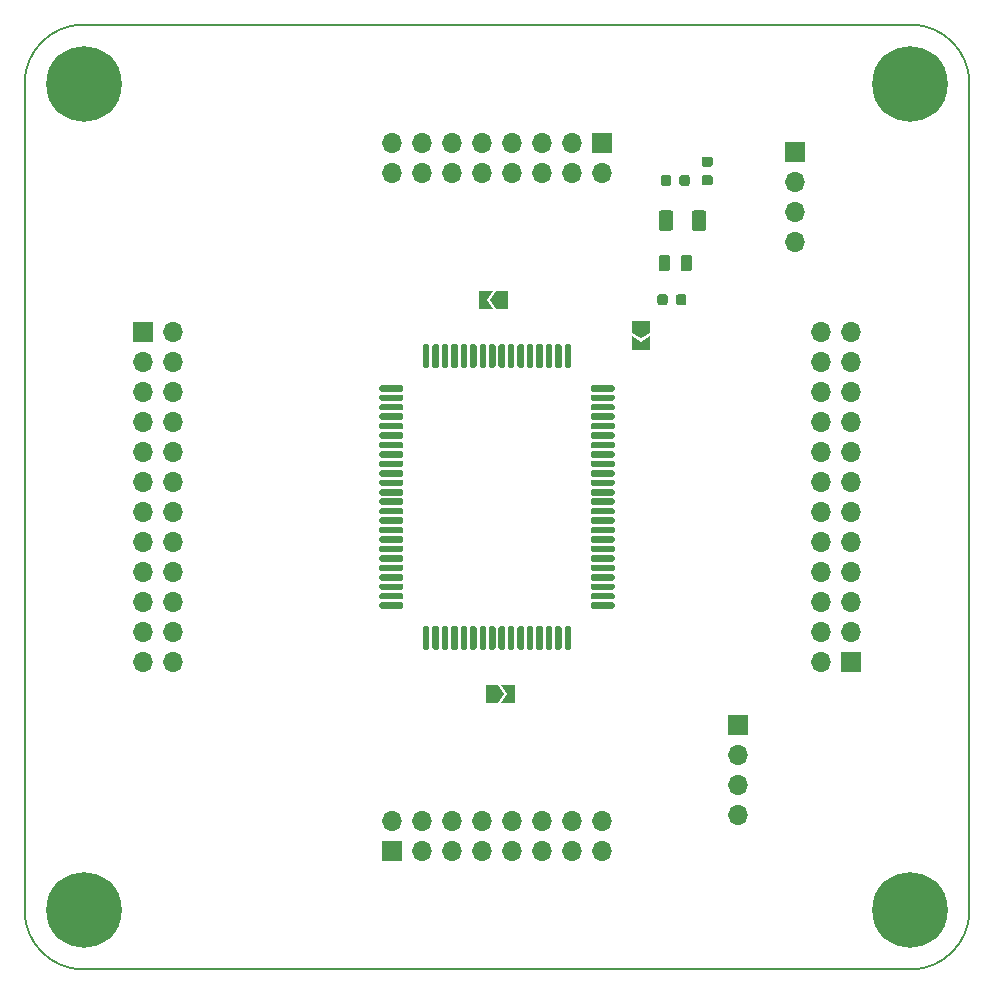
<source format=gbr>
G04 #@! TF.GenerationSoftware,KiCad,Pcbnew,5.1.6-c6e7f7d~86~ubuntu20.04.1*
G04 #@! TF.CreationDate,2020-05-17T15:59:29+03:00*
G04 #@! TF.ProjectId,GB-BRK-CPU-G1,47422d42-524b-42d4-9350-552d47312e6b,v1.1*
G04 #@! TF.SameCoordinates,Original*
G04 #@! TF.FileFunction,Soldermask,Top*
G04 #@! TF.FilePolarity,Negative*
%FSLAX46Y46*%
G04 Gerber Fmt 4.6, Leading zero omitted, Abs format (unit mm)*
G04 Created by KiCad (PCBNEW 5.1.6-c6e7f7d~86~ubuntu20.04.1) date 2020-05-17 15:59:29*
%MOMM*%
%LPD*%
G01*
G04 APERTURE LIST*
G04 #@! TA.AperFunction,Profile*
%ADD10C,0.150000*%
G04 #@! TD*
%ADD11C,0.800000*%
%ADD12C,6.400000*%
%ADD13C,0.100000*%
%ADD14O,1.700000X1.700000*%
%ADD15R,1.700000X1.700000*%
G04 APERTURE END LIST*
D10*
X140000000Y-135000000D02*
G75*
G02*
X135000000Y-140000000I-5000000J0D01*
G01*
X65000000Y-140000000D02*
G75*
G02*
X60000000Y-135000000I0J5000000D01*
G01*
X60000000Y-65000000D02*
G75*
G02*
X65000000Y-60000000I5000000J0D01*
G01*
X135000000Y-60000000D02*
G75*
G02*
X140000000Y-65000000I0J-5000000D01*
G01*
X135000000Y-60000000D02*
X65000000Y-60000000D01*
X140000000Y-135000000D02*
X140000000Y-65000000D01*
X65000000Y-140000000D02*
X135000000Y-140000000D01*
X60000000Y-65000000D02*
X60000000Y-135000000D01*
G36*
G01*
X93725000Y-88937500D02*
X93725000Y-87187500D01*
G75*
G02*
X93862500Y-87050000I137500J0D01*
G01*
X94137500Y-87050000D01*
G75*
G02*
X94275000Y-87187500I0J-137500D01*
G01*
X94275000Y-88937500D01*
G75*
G02*
X94137500Y-89075000I-137500J0D01*
G01*
X93862500Y-89075000D01*
G75*
G02*
X93725000Y-88937500I0J137500D01*
G01*
G37*
G36*
G01*
X94525000Y-88937500D02*
X94525000Y-87187500D01*
G75*
G02*
X94662500Y-87050000I137500J0D01*
G01*
X94937500Y-87050000D01*
G75*
G02*
X95075000Y-87187500I0J-137500D01*
G01*
X95075000Y-88937500D01*
G75*
G02*
X94937500Y-89075000I-137500J0D01*
G01*
X94662500Y-89075000D01*
G75*
G02*
X94525000Y-88937500I0J137500D01*
G01*
G37*
G36*
G01*
X95325000Y-88937500D02*
X95325000Y-87187500D01*
G75*
G02*
X95462500Y-87050000I137500J0D01*
G01*
X95737500Y-87050000D01*
G75*
G02*
X95875000Y-87187500I0J-137500D01*
G01*
X95875000Y-88937500D01*
G75*
G02*
X95737500Y-89075000I-137500J0D01*
G01*
X95462500Y-89075000D01*
G75*
G02*
X95325000Y-88937500I0J137500D01*
G01*
G37*
G36*
G01*
X96125000Y-88937500D02*
X96125000Y-87187500D01*
G75*
G02*
X96262500Y-87050000I137500J0D01*
G01*
X96537500Y-87050000D01*
G75*
G02*
X96675000Y-87187500I0J-137500D01*
G01*
X96675000Y-88937500D01*
G75*
G02*
X96537500Y-89075000I-137500J0D01*
G01*
X96262500Y-89075000D01*
G75*
G02*
X96125000Y-88937500I0J137500D01*
G01*
G37*
G36*
G01*
X96925000Y-88937500D02*
X96925000Y-87187500D01*
G75*
G02*
X97062500Y-87050000I137500J0D01*
G01*
X97337500Y-87050000D01*
G75*
G02*
X97475000Y-87187500I0J-137500D01*
G01*
X97475000Y-88937500D01*
G75*
G02*
X97337500Y-89075000I-137500J0D01*
G01*
X97062500Y-89075000D01*
G75*
G02*
X96925000Y-88937500I0J137500D01*
G01*
G37*
G36*
G01*
X97725000Y-88937500D02*
X97725000Y-87187500D01*
G75*
G02*
X97862500Y-87050000I137500J0D01*
G01*
X98137500Y-87050000D01*
G75*
G02*
X98275000Y-87187500I0J-137500D01*
G01*
X98275000Y-88937500D01*
G75*
G02*
X98137500Y-89075000I-137500J0D01*
G01*
X97862500Y-89075000D01*
G75*
G02*
X97725000Y-88937500I0J137500D01*
G01*
G37*
G36*
G01*
X98525000Y-88937500D02*
X98525000Y-87187500D01*
G75*
G02*
X98662500Y-87050000I137500J0D01*
G01*
X98937500Y-87050000D01*
G75*
G02*
X99075000Y-87187500I0J-137500D01*
G01*
X99075000Y-88937500D01*
G75*
G02*
X98937500Y-89075000I-137500J0D01*
G01*
X98662500Y-89075000D01*
G75*
G02*
X98525000Y-88937500I0J137500D01*
G01*
G37*
G36*
G01*
X99325000Y-88937500D02*
X99325000Y-87187500D01*
G75*
G02*
X99462500Y-87050000I137500J0D01*
G01*
X99737500Y-87050000D01*
G75*
G02*
X99875000Y-87187500I0J-137500D01*
G01*
X99875000Y-88937500D01*
G75*
G02*
X99737500Y-89075000I-137500J0D01*
G01*
X99462500Y-89075000D01*
G75*
G02*
X99325000Y-88937500I0J137500D01*
G01*
G37*
G36*
G01*
X100125000Y-88937500D02*
X100125000Y-87187500D01*
G75*
G02*
X100262500Y-87050000I137500J0D01*
G01*
X100537500Y-87050000D01*
G75*
G02*
X100675000Y-87187500I0J-137500D01*
G01*
X100675000Y-88937500D01*
G75*
G02*
X100537500Y-89075000I-137500J0D01*
G01*
X100262500Y-89075000D01*
G75*
G02*
X100125000Y-88937500I0J137500D01*
G01*
G37*
G36*
G01*
X100925000Y-88937500D02*
X100925000Y-87187500D01*
G75*
G02*
X101062500Y-87050000I137500J0D01*
G01*
X101337500Y-87050000D01*
G75*
G02*
X101475000Y-87187500I0J-137500D01*
G01*
X101475000Y-88937500D01*
G75*
G02*
X101337500Y-89075000I-137500J0D01*
G01*
X101062500Y-89075000D01*
G75*
G02*
X100925000Y-88937500I0J137500D01*
G01*
G37*
G36*
G01*
X101725000Y-88937500D02*
X101725000Y-87187500D01*
G75*
G02*
X101862500Y-87050000I137500J0D01*
G01*
X102137500Y-87050000D01*
G75*
G02*
X102275000Y-87187500I0J-137500D01*
G01*
X102275000Y-88937500D01*
G75*
G02*
X102137500Y-89075000I-137500J0D01*
G01*
X101862500Y-89075000D01*
G75*
G02*
X101725000Y-88937500I0J137500D01*
G01*
G37*
G36*
G01*
X102525000Y-88937500D02*
X102525000Y-87187500D01*
G75*
G02*
X102662500Y-87050000I137500J0D01*
G01*
X102937500Y-87050000D01*
G75*
G02*
X103075000Y-87187500I0J-137500D01*
G01*
X103075000Y-88937500D01*
G75*
G02*
X102937500Y-89075000I-137500J0D01*
G01*
X102662500Y-89075000D01*
G75*
G02*
X102525000Y-88937500I0J137500D01*
G01*
G37*
G36*
G01*
X103325000Y-88937500D02*
X103325000Y-87187500D01*
G75*
G02*
X103462500Y-87050000I137500J0D01*
G01*
X103737500Y-87050000D01*
G75*
G02*
X103875000Y-87187500I0J-137500D01*
G01*
X103875000Y-88937500D01*
G75*
G02*
X103737500Y-89075000I-137500J0D01*
G01*
X103462500Y-89075000D01*
G75*
G02*
X103325000Y-88937500I0J137500D01*
G01*
G37*
G36*
G01*
X104125000Y-88937500D02*
X104125000Y-87187500D01*
G75*
G02*
X104262500Y-87050000I137500J0D01*
G01*
X104537500Y-87050000D01*
G75*
G02*
X104675000Y-87187500I0J-137500D01*
G01*
X104675000Y-88937500D01*
G75*
G02*
X104537500Y-89075000I-137500J0D01*
G01*
X104262500Y-89075000D01*
G75*
G02*
X104125000Y-88937500I0J137500D01*
G01*
G37*
G36*
G01*
X104925000Y-88937500D02*
X104925000Y-87187500D01*
G75*
G02*
X105062500Y-87050000I137500J0D01*
G01*
X105337500Y-87050000D01*
G75*
G02*
X105475000Y-87187500I0J-137500D01*
G01*
X105475000Y-88937500D01*
G75*
G02*
X105337500Y-89075000I-137500J0D01*
G01*
X105062500Y-89075000D01*
G75*
G02*
X104925000Y-88937500I0J137500D01*
G01*
G37*
G36*
G01*
X105725000Y-88937500D02*
X105725000Y-87187500D01*
G75*
G02*
X105862500Y-87050000I137500J0D01*
G01*
X106137500Y-87050000D01*
G75*
G02*
X106275000Y-87187500I0J-137500D01*
G01*
X106275000Y-88937500D01*
G75*
G02*
X106137500Y-89075000I-137500J0D01*
G01*
X105862500Y-89075000D01*
G75*
G02*
X105725000Y-88937500I0J137500D01*
G01*
G37*
G36*
G01*
X107925000Y-90937500D02*
X107925000Y-90662500D01*
G75*
G02*
X108062500Y-90525000I137500J0D01*
G01*
X109812500Y-90525000D01*
G75*
G02*
X109950000Y-90662500I0J-137500D01*
G01*
X109950000Y-90937500D01*
G75*
G02*
X109812500Y-91075000I-137500J0D01*
G01*
X108062500Y-91075000D01*
G75*
G02*
X107925000Y-90937500I0J137500D01*
G01*
G37*
G36*
G01*
X107925000Y-91737500D02*
X107925000Y-91462500D01*
G75*
G02*
X108062500Y-91325000I137500J0D01*
G01*
X109812500Y-91325000D01*
G75*
G02*
X109950000Y-91462500I0J-137500D01*
G01*
X109950000Y-91737500D01*
G75*
G02*
X109812500Y-91875000I-137500J0D01*
G01*
X108062500Y-91875000D01*
G75*
G02*
X107925000Y-91737500I0J137500D01*
G01*
G37*
G36*
G01*
X107925000Y-92537500D02*
X107925000Y-92262500D01*
G75*
G02*
X108062500Y-92125000I137500J0D01*
G01*
X109812500Y-92125000D01*
G75*
G02*
X109950000Y-92262500I0J-137500D01*
G01*
X109950000Y-92537500D01*
G75*
G02*
X109812500Y-92675000I-137500J0D01*
G01*
X108062500Y-92675000D01*
G75*
G02*
X107925000Y-92537500I0J137500D01*
G01*
G37*
G36*
G01*
X107925000Y-93337500D02*
X107925000Y-93062500D01*
G75*
G02*
X108062500Y-92925000I137500J0D01*
G01*
X109812500Y-92925000D01*
G75*
G02*
X109950000Y-93062500I0J-137500D01*
G01*
X109950000Y-93337500D01*
G75*
G02*
X109812500Y-93475000I-137500J0D01*
G01*
X108062500Y-93475000D01*
G75*
G02*
X107925000Y-93337500I0J137500D01*
G01*
G37*
G36*
G01*
X107925000Y-94137500D02*
X107925000Y-93862500D01*
G75*
G02*
X108062500Y-93725000I137500J0D01*
G01*
X109812500Y-93725000D01*
G75*
G02*
X109950000Y-93862500I0J-137500D01*
G01*
X109950000Y-94137500D01*
G75*
G02*
X109812500Y-94275000I-137500J0D01*
G01*
X108062500Y-94275000D01*
G75*
G02*
X107925000Y-94137500I0J137500D01*
G01*
G37*
G36*
G01*
X107925000Y-94937500D02*
X107925000Y-94662500D01*
G75*
G02*
X108062500Y-94525000I137500J0D01*
G01*
X109812500Y-94525000D01*
G75*
G02*
X109950000Y-94662500I0J-137500D01*
G01*
X109950000Y-94937500D01*
G75*
G02*
X109812500Y-95075000I-137500J0D01*
G01*
X108062500Y-95075000D01*
G75*
G02*
X107925000Y-94937500I0J137500D01*
G01*
G37*
G36*
G01*
X107925000Y-95737500D02*
X107925000Y-95462500D01*
G75*
G02*
X108062500Y-95325000I137500J0D01*
G01*
X109812500Y-95325000D01*
G75*
G02*
X109950000Y-95462500I0J-137500D01*
G01*
X109950000Y-95737500D01*
G75*
G02*
X109812500Y-95875000I-137500J0D01*
G01*
X108062500Y-95875000D01*
G75*
G02*
X107925000Y-95737500I0J137500D01*
G01*
G37*
G36*
G01*
X107925000Y-96537500D02*
X107925000Y-96262500D01*
G75*
G02*
X108062500Y-96125000I137500J0D01*
G01*
X109812500Y-96125000D01*
G75*
G02*
X109950000Y-96262500I0J-137500D01*
G01*
X109950000Y-96537500D01*
G75*
G02*
X109812500Y-96675000I-137500J0D01*
G01*
X108062500Y-96675000D01*
G75*
G02*
X107925000Y-96537500I0J137500D01*
G01*
G37*
G36*
G01*
X107925000Y-97337500D02*
X107925000Y-97062500D01*
G75*
G02*
X108062500Y-96925000I137500J0D01*
G01*
X109812500Y-96925000D01*
G75*
G02*
X109950000Y-97062500I0J-137500D01*
G01*
X109950000Y-97337500D01*
G75*
G02*
X109812500Y-97475000I-137500J0D01*
G01*
X108062500Y-97475000D01*
G75*
G02*
X107925000Y-97337500I0J137500D01*
G01*
G37*
G36*
G01*
X107925000Y-98137500D02*
X107925000Y-97862500D01*
G75*
G02*
X108062500Y-97725000I137500J0D01*
G01*
X109812500Y-97725000D01*
G75*
G02*
X109950000Y-97862500I0J-137500D01*
G01*
X109950000Y-98137500D01*
G75*
G02*
X109812500Y-98275000I-137500J0D01*
G01*
X108062500Y-98275000D01*
G75*
G02*
X107925000Y-98137500I0J137500D01*
G01*
G37*
G36*
G01*
X107925000Y-98937500D02*
X107925000Y-98662500D01*
G75*
G02*
X108062500Y-98525000I137500J0D01*
G01*
X109812500Y-98525000D01*
G75*
G02*
X109950000Y-98662500I0J-137500D01*
G01*
X109950000Y-98937500D01*
G75*
G02*
X109812500Y-99075000I-137500J0D01*
G01*
X108062500Y-99075000D01*
G75*
G02*
X107925000Y-98937500I0J137500D01*
G01*
G37*
G36*
G01*
X107925000Y-99737500D02*
X107925000Y-99462500D01*
G75*
G02*
X108062500Y-99325000I137500J0D01*
G01*
X109812500Y-99325000D01*
G75*
G02*
X109950000Y-99462500I0J-137500D01*
G01*
X109950000Y-99737500D01*
G75*
G02*
X109812500Y-99875000I-137500J0D01*
G01*
X108062500Y-99875000D01*
G75*
G02*
X107925000Y-99737500I0J137500D01*
G01*
G37*
G36*
G01*
X107925000Y-100537500D02*
X107925000Y-100262500D01*
G75*
G02*
X108062500Y-100125000I137500J0D01*
G01*
X109812500Y-100125000D01*
G75*
G02*
X109950000Y-100262500I0J-137500D01*
G01*
X109950000Y-100537500D01*
G75*
G02*
X109812500Y-100675000I-137500J0D01*
G01*
X108062500Y-100675000D01*
G75*
G02*
X107925000Y-100537500I0J137500D01*
G01*
G37*
G36*
G01*
X107925000Y-101337500D02*
X107925000Y-101062500D01*
G75*
G02*
X108062500Y-100925000I137500J0D01*
G01*
X109812500Y-100925000D01*
G75*
G02*
X109950000Y-101062500I0J-137500D01*
G01*
X109950000Y-101337500D01*
G75*
G02*
X109812500Y-101475000I-137500J0D01*
G01*
X108062500Y-101475000D01*
G75*
G02*
X107925000Y-101337500I0J137500D01*
G01*
G37*
G36*
G01*
X107925000Y-102137500D02*
X107925000Y-101862500D01*
G75*
G02*
X108062500Y-101725000I137500J0D01*
G01*
X109812500Y-101725000D01*
G75*
G02*
X109950000Y-101862500I0J-137500D01*
G01*
X109950000Y-102137500D01*
G75*
G02*
X109812500Y-102275000I-137500J0D01*
G01*
X108062500Y-102275000D01*
G75*
G02*
X107925000Y-102137500I0J137500D01*
G01*
G37*
G36*
G01*
X107925000Y-102937500D02*
X107925000Y-102662500D01*
G75*
G02*
X108062500Y-102525000I137500J0D01*
G01*
X109812500Y-102525000D01*
G75*
G02*
X109950000Y-102662500I0J-137500D01*
G01*
X109950000Y-102937500D01*
G75*
G02*
X109812500Y-103075000I-137500J0D01*
G01*
X108062500Y-103075000D01*
G75*
G02*
X107925000Y-102937500I0J137500D01*
G01*
G37*
G36*
G01*
X107925000Y-103737500D02*
X107925000Y-103462500D01*
G75*
G02*
X108062500Y-103325000I137500J0D01*
G01*
X109812500Y-103325000D01*
G75*
G02*
X109950000Y-103462500I0J-137500D01*
G01*
X109950000Y-103737500D01*
G75*
G02*
X109812500Y-103875000I-137500J0D01*
G01*
X108062500Y-103875000D01*
G75*
G02*
X107925000Y-103737500I0J137500D01*
G01*
G37*
G36*
G01*
X107925000Y-104537500D02*
X107925000Y-104262500D01*
G75*
G02*
X108062500Y-104125000I137500J0D01*
G01*
X109812500Y-104125000D01*
G75*
G02*
X109950000Y-104262500I0J-137500D01*
G01*
X109950000Y-104537500D01*
G75*
G02*
X109812500Y-104675000I-137500J0D01*
G01*
X108062500Y-104675000D01*
G75*
G02*
X107925000Y-104537500I0J137500D01*
G01*
G37*
G36*
G01*
X107925000Y-105337500D02*
X107925000Y-105062500D01*
G75*
G02*
X108062500Y-104925000I137500J0D01*
G01*
X109812500Y-104925000D01*
G75*
G02*
X109950000Y-105062500I0J-137500D01*
G01*
X109950000Y-105337500D01*
G75*
G02*
X109812500Y-105475000I-137500J0D01*
G01*
X108062500Y-105475000D01*
G75*
G02*
X107925000Y-105337500I0J137500D01*
G01*
G37*
G36*
G01*
X107925000Y-106137500D02*
X107925000Y-105862500D01*
G75*
G02*
X108062500Y-105725000I137500J0D01*
G01*
X109812500Y-105725000D01*
G75*
G02*
X109950000Y-105862500I0J-137500D01*
G01*
X109950000Y-106137500D01*
G75*
G02*
X109812500Y-106275000I-137500J0D01*
G01*
X108062500Y-106275000D01*
G75*
G02*
X107925000Y-106137500I0J137500D01*
G01*
G37*
G36*
G01*
X107925000Y-106937500D02*
X107925000Y-106662500D01*
G75*
G02*
X108062500Y-106525000I137500J0D01*
G01*
X109812500Y-106525000D01*
G75*
G02*
X109950000Y-106662500I0J-137500D01*
G01*
X109950000Y-106937500D01*
G75*
G02*
X109812500Y-107075000I-137500J0D01*
G01*
X108062500Y-107075000D01*
G75*
G02*
X107925000Y-106937500I0J137500D01*
G01*
G37*
G36*
G01*
X107925000Y-107737500D02*
X107925000Y-107462500D01*
G75*
G02*
X108062500Y-107325000I137500J0D01*
G01*
X109812500Y-107325000D01*
G75*
G02*
X109950000Y-107462500I0J-137500D01*
G01*
X109950000Y-107737500D01*
G75*
G02*
X109812500Y-107875000I-137500J0D01*
G01*
X108062500Y-107875000D01*
G75*
G02*
X107925000Y-107737500I0J137500D01*
G01*
G37*
G36*
G01*
X107925000Y-108537500D02*
X107925000Y-108262500D01*
G75*
G02*
X108062500Y-108125000I137500J0D01*
G01*
X109812500Y-108125000D01*
G75*
G02*
X109950000Y-108262500I0J-137500D01*
G01*
X109950000Y-108537500D01*
G75*
G02*
X109812500Y-108675000I-137500J0D01*
G01*
X108062500Y-108675000D01*
G75*
G02*
X107925000Y-108537500I0J137500D01*
G01*
G37*
G36*
G01*
X107925000Y-109337500D02*
X107925000Y-109062500D01*
G75*
G02*
X108062500Y-108925000I137500J0D01*
G01*
X109812500Y-108925000D01*
G75*
G02*
X109950000Y-109062500I0J-137500D01*
G01*
X109950000Y-109337500D01*
G75*
G02*
X109812500Y-109475000I-137500J0D01*
G01*
X108062500Y-109475000D01*
G75*
G02*
X107925000Y-109337500I0J137500D01*
G01*
G37*
G36*
G01*
X105725000Y-112812500D02*
X105725000Y-111062500D01*
G75*
G02*
X105862500Y-110925000I137500J0D01*
G01*
X106137500Y-110925000D01*
G75*
G02*
X106275000Y-111062500I0J-137500D01*
G01*
X106275000Y-112812500D01*
G75*
G02*
X106137500Y-112950000I-137500J0D01*
G01*
X105862500Y-112950000D01*
G75*
G02*
X105725000Y-112812500I0J137500D01*
G01*
G37*
G36*
G01*
X104925000Y-112812500D02*
X104925000Y-111062500D01*
G75*
G02*
X105062500Y-110925000I137500J0D01*
G01*
X105337500Y-110925000D01*
G75*
G02*
X105475000Y-111062500I0J-137500D01*
G01*
X105475000Y-112812500D01*
G75*
G02*
X105337500Y-112950000I-137500J0D01*
G01*
X105062500Y-112950000D01*
G75*
G02*
X104925000Y-112812500I0J137500D01*
G01*
G37*
G36*
G01*
X104125000Y-112812500D02*
X104125000Y-111062500D01*
G75*
G02*
X104262500Y-110925000I137500J0D01*
G01*
X104537500Y-110925000D01*
G75*
G02*
X104675000Y-111062500I0J-137500D01*
G01*
X104675000Y-112812500D01*
G75*
G02*
X104537500Y-112950000I-137500J0D01*
G01*
X104262500Y-112950000D01*
G75*
G02*
X104125000Y-112812500I0J137500D01*
G01*
G37*
G36*
G01*
X103325000Y-112812500D02*
X103325000Y-111062500D01*
G75*
G02*
X103462500Y-110925000I137500J0D01*
G01*
X103737500Y-110925000D01*
G75*
G02*
X103875000Y-111062500I0J-137500D01*
G01*
X103875000Y-112812500D01*
G75*
G02*
X103737500Y-112950000I-137500J0D01*
G01*
X103462500Y-112950000D01*
G75*
G02*
X103325000Y-112812500I0J137500D01*
G01*
G37*
G36*
G01*
X102525000Y-112812500D02*
X102525000Y-111062500D01*
G75*
G02*
X102662500Y-110925000I137500J0D01*
G01*
X102937500Y-110925000D01*
G75*
G02*
X103075000Y-111062500I0J-137500D01*
G01*
X103075000Y-112812500D01*
G75*
G02*
X102937500Y-112950000I-137500J0D01*
G01*
X102662500Y-112950000D01*
G75*
G02*
X102525000Y-112812500I0J137500D01*
G01*
G37*
G36*
G01*
X101725000Y-112812500D02*
X101725000Y-111062500D01*
G75*
G02*
X101862500Y-110925000I137500J0D01*
G01*
X102137500Y-110925000D01*
G75*
G02*
X102275000Y-111062500I0J-137500D01*
G01*
X102275000Y-112812500D01*
G75*
G02*
X102137500Y-112950000I-137500J0D01*
G01*
X101862500Y-112950000D01*
G75*
G02*
X101725000Y-112812500I0J137500D01*
G01*
G37*
G36*
G01*
X100925000Y-112812500D02*
X100925000Y-111062500D01*
G75*
G02*
X101062500Y-110925000I137500J0D01*
G01*
X101337500Y-110925000D01*
G75*
G02*
X101475000Y-111062500I0J-137500D01*
G01*
X101475000Y-112812500D01*
G75*
G02*
X101337500Y-112950000I-137500J0D01*
G01*
X101062500Y-112950000D01*
G75*
G02*
X100925000Y-112812500I0J137500D01*
G01*
G37*
G36*
G01*
X100125000Y-112812500D02*
X100125000Y-111062500D01*
G75*
G02*
X100262500Y-110925000I137500J0D01*
G01*
X100537500Y-110925000D01*
G75*
G02*
X100675000Y-111062500I0J-137500D01*
G01*
X100675000Y-112812500D01*
G75*
G02*
X100537500Y-112950000I-137500J0D01*
G01*
X100262500Y-112950000D01*
G75*
G02*
X100125000Y-112812500I0J137500D01*
G01*
G37*
G36*
G01*
X99325000Y-112812500D02*
X99325000Y-111062500D01*
G75*
G02*
X99462500Y-110925000I137500J0D01*
G01*
X99737500Y-110925000D01*
G75*
G02*
X99875000Y-111062500I0J-137500D01*
G01*
X99875000Y-112812500D01*
G75*
G02*
X99737500Y-112950000I-137500J0D01*
G01*
X99462500Y-112950000D01*
G75*
G02*
X99325000Y-112812500I0J137500D01*
G01*
G37*
G36*
G01*
X98525000Y-112812500D02*
X98525000Y-111062500D01*
G75*
G02*
X98662500Y-110925000I137500J0D01*
G01*
X98937500Y-110925000D01*
G75*
G02*
X99075000Y-111062500I0J-137500D01*
G01*
X99075000Y-112812500D01*
G75*
G02*
X98937500Y-112950000I-137500J0D01*
G01*
X98662500Y-112950000D01*
G75*
G02*
X98525000Y-112812500I0J137500D01*
G01*
G37*
G36*
G01*
X97725000Y-112812500D02*
X97725000Y-111062500D01*
G75*
G02*
X97862500Y-110925000I137500J0D01*
G01*
X98137500Y-110925000D01*
G75*
G02*
X98275000Y-111062500I0J-137500D01*
G01*
X98275000Y-112812500D01*
G75*
G02*
X98137500Y-112950000I-137500J0D01*
G01*
X97862500Y-112950000D01*
G75*
G02*
X97725000Y-112812500I0J137500D01*
G01*
G37*
G36*
G01*
X96925000Y-112812500D02*
X96925000Y-111062500D01*
G75*
G02*
X97062500Y-110925000I137500J0D01*
G01*
X97337500Y-110925000D01*
G75*
G02*
X97475000Y-111062500I0J-137500D01*
G01*
X97475000Y-112812500D01*
G75*
G02*
X97337500Y-112950000I-137500J0D01*
G01*
X97062500Y-112950000D01*
G75*
G02*
X96925000Y-112812500I0J137500D01*
G01*
G37*
G36*
G01*
X96125000Y-112812500D02*
X96125000Y-111062500D01*
G75*
G02*
X96262500Y-110925000I137500J0D01*
G01*
X96537500Y-110925000D01*
G75*
G02*
X96675000Y-111062500I0J-137500D01*
G01*
X96675000Y-112812500D01*
G75*
G02*
X96537500Y-112950000I-137500J0D01*
G01*
X96262500Y-112950000D01*
G75*
G02*
X96125000Y-112812500I0J137500D01*
G01*
G37*
G36*
G01*
X95325000Y-112812500D02*
X95325000Y-111062500D01*
G75*
G02*
X95462500Y-110925000I137500J0D01*
G01*
X95737500Y-110925000D01*
G75*
G02*
X95875000Y-111062500I0J-137500D01*
G01*
X95875000Y-112812500D01*
G75*
G02*
X95737500Y-112950000I-137500J0D01*
G01*
X95462500Y-112950000D01*
G75*
G02*
X95325000Y-112812500I0J137500D01*
G01*
G37*
G36*
G01*
X94525000Y-112812500D02*
X94525000Y-111062500D01*
G75*
G02*
X94662500Y-110925000I137500J0D01*
G01*
X94937500Y-110925000D01*
G75*
G02*
X95075000Y-111062500I0J-137500D01*
G01*
X95075000Y-112812500D01*
G75*
G02*
X94937500Y-112950000I-137500J0D01*
G01*
X94662500Y-112950000D01*
G75*
G02*
X94525000Y-112812500I0J137500D01*
G01*
G37*
G36*
G01*
X93725000Y-112812500D02*
X93725000Y-111062500D01*
G75*
G02*
X93862500Y-110925000I137500J0D01*
G01*
X94137500Y-110925000D01*
G75*
G02*
X94275000Y-111062500I0J-137500D01*
G01*
X94275000Y-112812500D01*
G75*
G02*
X94137500Y-112950000I-137500J0D01*
G01*
X93862500Y-112950000D01*
G75*
G02*
X93725000Y-112812500I0J137500D01*
G01*
G37*
G36*
G01*
X90050000Y-109337500D02*
X90050000Y-109062500D01*
G75*
G02*
X90187500Y-108925000I137500J0D01*
G01*
X91937500Y-108925000D01*
G75*
G02*
X92075000Y-109062500I0J-137500D01*
G01*
X92075000Y-109337500D01*
G75*
G02*
X91937500Y-109475000I-137500J0D01*
G01*
X90187500Y-109475000D01*
G75*
G02*
X90050000Y-109337500I0J137500D01*
G01*
G37*
G36*
G01*
X90050000Y-108537500D02*
X90050000Y-108262500D01*
G75*
G02*
X90187500Y-108125000I137500J0D01*
G01*
X91937500Y-108125000D01*
G75*
G02*
X92075000Y-108262500I0J-137500D01*
G01*
X92075000Y-108537500D01*
G75*
G02*
X91937500Y-108675000I-137500J0D01*
G01*
X90187500Y-108675000D01*
G75*
G02*
X90050000Y-108537500I0J137500D01*
G01*
G37*
G36*
G01*
X90050000Y-107737500D02*
X90050000Y-107462500D01*
G75*
G02*
X90187500Y-107325000I137500J0D01*
G01*
X91937500Y-107325000D01*
G75*
G02*
X92075000Y-107462500I0J-137500D01*
G01*
X92075000Y-107737500D01*
G75*
G02*
X91937500Y-107875000I-137500J0D01*
G01*
X90187500Y-107875000D01*
G75*
G02*
X90050000Y-107737500I0J137500D01*
G01*
G37*
G36*
G01*
X90050000Y-106937500D02*
X90050000Y-106662500D01*
G75*
G02*
X90187500Y-106525000I137500J0D01*
G01*
X91937500Y-106525000D01*
G75*
G02*
X92075000Y-106662500I0J-137500D01*
G01*
X92075000Y-106937500D01*
G75*
G02*
X91937500Y-107075000I-137500J0D01*
G01*
X90187500Y-107075000D01*
G75*
G02*
X90050000Y-106937500I0J137500D01*
G01*
G37*
G36*
G01*
X90050000Y-106137500D02*
X90050000Y-105862500D01*
G75*
G02*
X90187500Y-105725000I137500J0D01*
G01*
X91937500Y-105725000D01*
G75*
G02*
X92075000Y-105862500I0J-137500D01*
G01*
X92075000Y-106137500D01*
G75*
G02*
X91937500Y-106275000I-137500J0D01*
G01*
X90187500Y-106275000D01*
G75*
G02*
X90050000Y-106137500I0J137500D01*
G01*
G37*
G36*
G01*
X90050000Y-105337500D02*
X90050000Y-105062500D01*
G75*
G02*
X90187500Y-104925000I137500J0D01*
G01*
X91937500Y-104925000D01*
G75*
G02*
X92075000Y-105062500I0J-137500D01*
G01*
X92075000Y-105337500D01*
G75*
G02*
X91937500Y-105475000I-137500J0D01*
G01*
X90187500Y-105475000D01*
G75*
G02*
X90050000Y-105337500I0J137500D01*
G01*
G37*
G36*
G01*
X90050000Y-104537500D02*
X90050000Y-104262500D01*
G75*
G02*
X90187500Y-104125000I137500J0D01*
G01*
X91937500Y-104125000D01*
G75*
G02*
X92075000Y-104262500I0J-137500D01*
G01*
X92075000Y-104537500D01*
G75*
G02*
X91937500Y-104675000I-137500J0D01*
G01*
X90187500Y-104675000D01*
G75*
G02*
X90050000Y-104537500I0J137500D01*
G01*
G37*
G36*
G01*
X90050000Y-103737500D02*
X90050000Y-103462500D01*
G75*
G02*
X90187500Y-103325000I137500J0D01*
G01*
X91937500Y-103325000D01*
G75*
G02*
X92075000Y-103462500I0J-137500D01*
G01*
X92075000Y-103737500D01*
G75*
G02*
X91937500Y-103875000I-137500J0D01*
G01*
X90187500Y-103875000D01*
G75*
G02*
X90050000Y-103737500I0J137500D01*
G01*
G37*
G36*
G01*
X90050000Y-102937500D02*
X90050000Y-102662500D01*
G75*
G02*
X90187500Y-102525000I137500J0D01*
G01*
X91937500Y-102525000D01*
G75*
G02*
X92075000Y-102662500I0J-137500D01*
G01*
X92075000Y-102937500D01*
G75*
G02*
X91937500Y-103075000I-137500J0D01*
G01*
X90187500Y-103075000D01*
G75*
G02*
X90050000Y-102937500I0J137500D01*
G01*
G37*
G36*
G01*
X90050000Y-102137500D02*
X90050000Y-101862500D01*
G75*
G02*
X90187500Y-101725000I137500J0D01*
G01*
X91937500Y-101725000D01*
G75*
G02*
X92075000Y-101862500I0J-137500D01*
G01*
X92075000Y-102137500D01*
G75*
G02*
X91937500Y-102275000I-137500J0D01*
G01*
X90187500Y-102275000D01*
G75*
G02*
X90050000Y-102137500I0J137500D01*
G01*
G37*
G36*
G01*
X90050000Y-101337500D02*
X90050000Y-101062500D01*
G75*
G02*
X90187500Y-100925000I137500J0D01*
G01*
X91937500Y-100925000D01*
G75*
G02*
X92075000Y-101062500I0J-137500D01*
G01*
X92075000Y-101337500D01*
G75*
G02*
X91937500Y-101475000I-137500J0D01*
G01*
X90187500Y-101475000D01*
G75*
G02*
X90050000Y-101337500I0J137500D01*
G01*
G37*
G36*
G01*
X90050000Y-100537500D02*
X90050000Y-100262500D01*
G75*
G02*
X90187500Y-100125000I137500J0D01*
G01*
X91937500Y-100125000D01*
G75*
G02*
X92075000Y-100262500I0J-137500D01*
G01*
X92075000Y-100537500D01*
G75*
G02*
X91937500Y-100675000I-137500J0D01*
G01*
X90187500Y-100675000D01*
G75*
G02*
X90050000Y-100537500I0J137500D01*
G01*
G37*
G36*
G01*
X90050000Y-99737500D02*
X90050000Y-99462500D01*
G75*
G02*
X90187500Y-99325000I137500J0D01*
G01*
X91937500Y-99325000D01*
G75*
G02*
X92075000Y-99462500I0J-137500D01*
G01*
X92075000Y-99737500D01*
G75*
G02*
X91937500Y-99875000I-137500J0D01*
G01*
X90187500Y-99875000D01*
G75*
G02*
X90050000Y-99737500I0J137500D01*
G01*
G37*
G36*
G01*
X90050000Y-98937500D02*
X90050000Y-98662500D01*
G75*
G02*
X90187500Y-98525000I137500J0D01*
G01*
X91937500Y-98525000D01*
G75*
G02*
X92075000Y-98662500I0J-137500D01*
G01*
X92075000Y-98937500D01*
G75*
G02*
X91937500Y-99075000I-137500J0D01*
G01*
X90187500Y-99075000D01*
G75*
G02*
X90050000Y-98937500I0J137500D01*
G01*
G37*
G36*
G01*
X90050000Y-98137500D02*
X90050000Y-97862500D01*
G75*
G02*
X90187500Y-97725000I137500J0D01*
G01*
X91937500Y-97725000D01*
G75*
G02*
X92075000Y-97862500I0J-137500D01*
G01*
X92075000Y-98137500D01*
G75*
G02*
X91937500Y-98275000I-137500J0D01*
G01*
X90187500Y-98275000D01*
G75*
G02*
X90050000Y-98137500I0J137500D01*
G01*
G37*
G36*
G01*
X90050000Y-97337500D02*
X90050000Y-97062500D01*
G75*
G02*
X90187500Y-96925000I137500J0D01*
G01*
X91937500Y-96925000D01*
G75*
G02*
X92075000Y-97062500I0J-137500D01*
G01*
X92075000Y-97337500D01*
G75*
G02*
X91937500Y-97475000I-137500J0D01*
G01*
X90187500Y-97475000D01*
G75*
G02*
X90050000Y-97337500I0J137500D01*
G01*
G37*
G36*
G01*
X90050000Y-96537500D02*
X90050000Y-96262500D01*
G75*
G02*
X90187500Y-96125000I137500J0D01*
G01*
X91937500Y-96125000D01*
G75*
G02*
X92075000Y-96262500I0J-137500D01*
G01*
X92075000Y-96537500D01*
G75*
G02*
X91937500Y-96675000I-137500J0D01*
G01*
X90187500Y-96675000D01*
G75*
G02*
X90050000Y-96537500I0J137500D01*
G01*
G37*
G36*
G01*
X90050000Y-95737500D02*
X90050000Y-95462500D01*
G75*
G02*
X90187500Y-95325000I137500J0D01*
G01*
X91937500Y-95325000D01*
G75*
G02*
X92075000Y-95462500I0J-137500D01*
G01*
X92075000Y-95737500D01*
G75*
G02*
X91937500Y-95875000I-137500J0D01*
G01*
X90187500Y-95875000D01*
G75*
G02*
X90050000Y-95737500I0J137500D01*
G01*
G37*
G36*
G01*
X90050000Y-94937500D02*
X90050000Y-94662500D01*
G75*
G02*
X90187500Y-94525000I137500J0D01*
G01*
X91937500Y-94525000D01*
G75*
G02*
X92075000Y-94662500I0J-137500D01*
G01*
X92075000Y-94937500D01*
G75*
G02*
X91937500Y-95075000I-137500J0D01*
G01*
X90187500Y-95075000D01*
G75*
G02*
X90050000Y-94937500I0J137500D01*
G01*
G37*
G36*
G01*
X90050000Y-94137500D02*
X90050000Y-93862500D01*
G75*
G02*
X90187500Y-93725000I137500J0D01*
G01*
X91937500Y-93725000D01*
G75*
G02*
X92075000Y-93862500I0J-137500D01*
G01*
X92075000Y-94137500D01*
G75*
G02*
X91937500Y-94275000I-137500J0D01*
G01*
X90187500Y-94275000D01*
G75*
G02*
X90050000Y-94137500I0J137500D01*
G01*
G37*
G36*
G01*
X90050000Y-93337500D02*
X90050000Y-93062500D01*
G75*
G02*
X90187500Y-92925000I137500J0D01*
G01*
X91937500Y-92925000D01*
G75*
G02*
X92075000Y-93062500I0J-137500D01*
G01*
X92075000Y-93337500D01*
G75*
G02*
X91937500Y-93475000I-137500J0D01*
G01*
X90187500Y-93475000D01*
G75*
G02*
X90050000Y-93337500I0J137500D01*
G01*
G37*
G36*
G01*
X90050000Y-92537500D02*
X90050000Y-92262500D01*
G75*
G02*
X90187500Y-92125000I137500J0D01*
G01*
X91937500Y-92125000D01*
G75*
G02*
X92075000Y-92262500I0J-137500D01*
G01*
X92075000Y-92537500D01*
G75*
G02*
X91937500Y-92675000I-137500J0D01*
G01*
X90187500Y-92675000D01*
G75*
G02*
X90050000Y-92537500I0J137500D01*
G01*
G37*
G36*
G01*
X90050000Y-91737500D02*
X90050000Y-91462500D01*
G75*
G02*
X90187500Y-91325000I137500J0D01*
G01*
X91937500Y-91325000D01*
G75*
G02*
X92075000Y-91462500I0J-137500D01*
G01*
X92075000Y-91737500D01*
G75*
G02*
X91937500Y-91875000I-137500J0D01*
G01*
X90187500Y-91875000D01*
G75*
G02*
X90050000Y-91737500I0J137500D01*
G01*
G37*
G36*
G01*
X90050000Y-90937500D02*
X90050000Y-90662500D01*
G75*
G02*
X90187500Y-90525000I137500J0D01*
G01*
X91937500Y-90525000D01*
G75*
G02*
X92075000Y-90662500I0J-137500D01*
G01*
X92075000Y-90937500D01*
G75*
G02*
X91937500Y-91075000I-137500J0D01*
G01*
X90187500Y-91075000D01*
G75*
G02*
X90050000Y-90937500I0J137500D01*
G01*
G37*
D11*
X66697056Y-133302944D03*
X65000000Y-132600000D03*
X63302944Y-133302944D03*
X62600000Y-135000000D03*
X63302944Y-136697056D03*
X65000000Y-137400000D03*
X66697056Y-136697056D03*
X67400000Y-135000000D03*
D12*
X65000000Y-135000000D03*
D11*
X66697056Y-63302944D03*
X65000000Y-62600000D03*
X63302944Y-63302944D03*
X62600000Y-65000000D03*
X63302944Y-66697056D03*
X65000000Y-67400000D03*
X66697056Y-66697056D03*
X67400000Y-65000000D03*
D12*
X65000000Y-65000000D03*
D11*
X136697056Y-63302944D03*
X135000000Y-62600000D03*
X133302944Y-63302944D03*
X132600000Y-65000000D03*
X133302944Y-66697056D03*
X135000000Y-67400000D03*
X136697056Y-66697056D03*
X137400000Y-65000000D03*
D12*
X135000000Y-65000000D03*
D11*
X136697056Y-133302944D03*
X135000000Y-132600000D03*
X133302944Y-133302944D03*
X132600000Y-135000000D03*
X133302944Y-136697056D03*
X135000000Y-137400000D03*
X136697056Y-136697056D03*
X137400000Y-135000000D03*
D12*
X135000000Y-135000000D03*
G36*
G01*
X115150000Y-83556250D02*
X115150000Y-83043750D01*
G75*
G02*
X115368750Y-82825000I218750J0D01*
G01*
X115806250Y-82825000D01*
G75*
G02*
X116025000Y-83043750I0J-218750D01*
G01*
X116025000Y-83556250D01*
G75*
G02*
X115806250Y-83775000I-218750J0D01*
G01*
X115368750Y-83775000D01*
G75*
G02*
X115150000Y-83556250I0J218750D01*
G01*
G37*
G36*
G01*
X113575000Y-83556250D02*
X113575000Y-83043750D01*
G75*
G02*
X113793750Y-82825000I218750J0D01*
G01*
X114231250Y-82825000D01*
G75*
G02*
X114450000Y-83043750I0J-218750D01*
G01*
X114450000Y-83556250D01*
G75*
G02*
X114231250Y-83775000I-218750J0D01*
G01*
X113793750Y-83775000D01*
G75*
G02*
X113575000Y-83556250I0J218750D01*
G01*
G37*
G36*
G01*
X115550000Y-80656250D02*
X115550000Y-79743750D01*
G75*
G02*
X115793750Y-79500000I243750J0D01*
G01*
X116281250Y-79500000D01*
G75*
G02*
X116525000Y-79743750I0J-243750D01*
G01*
X116525000Y-80656250D01*
G75*
G02*
X116281250Y-80900000I-243750J0D01*
G01*
X115793750Y-80900000D01*
G75*
G02*
X115550000Y-80656250I0J243750D01*
G01*
G37*
G36*
G01*
X113675000Y-80656250D02*
X113675000Y-79743750D01*
G75*
G02*
X113918750Y-79500000I243750J0D01*
G01*
X114406250Y-79500000D01*
G75*
G02*
X114650000Y-79743750I0J-243750D01*
G01*
X114650000Y-80656250D01*
G75*
G02*
X114406250Y-80900000I-243750J0D01*
G01*
X113918750Y-80900000D01*
G75*
G02*
X113675000Y-80656250I0J243750D01*
G01*
G37*
G36*
G01*
X116475000Y-77225000D02*
X116475000Y-75975000D01*
G75*
G02*
X116725000Y-75725000I250000J0D01*
G01*
X117475000Y-75725000D01*
G75*
G02*
X117725000Y-75975000I0J-250000D01*
G01*
X117725000Y-77225000D01*
G75*
G02*
X117475000Y-77475000I-250000J0D01*
G01*
X116725000Y-77475000D01*
G75*
G02*
X116475000Y-77225000I0J250000D01*
G01*
G37*
G36*
G01*
X113675000Y-77225000D02*
X113675000Y-75975000D01*
G75*
G02*
X113925000Y-75725000I250000J0D01*
G01*
X114675000Y-75725000D01*
G75*
G02*
X114925000Y-75975000I0J-250000D01*
G01*
X114925000Y-77225000D01*
G75*
G02*
X114675000Y-77475000I-250000J0D01*
G01*
X113925000Y-77475000D01*
G75*
G02*
X113675000Y-77225000I0J250000D01*
G01*
G37*
D13*
G36*
X99425000Y-83300000D02*
G01*
X99925000Y-82550000D01*
X100925000Y-82550000D01*
X100925000Y-84050000D01*
X99925000Y-84050000D01*
X99425000Y-83300000D01*
G37*
G36*
X98475000Y-82550000D02*
G01*
X99625000Y-82550000D01*
X99125000Y-83300000D01*
X99625000Y-84050000D01*
X98475000Y-84050000D01*
X98475000Y-82550000D01*
G37*
G36*
X112200000Y-86575000D02*
G01*
X111450000Y-86075000D01*
X111450000Y-85075000D01*
X112950000Y-85075000D01*
X112950000Y-86075000D01*
X112200000Y-86575000D01*
G37*
G36*
X111450000Y-87525000D02*
G01*
X111450000Y-86375000D01*
X112200000Y-86875000D01*
X112950000Y-86375000D01*
X112950000Y-87525000D01*
X111450000Y-87525000D01*
G37*
G36*
X100575000Y-116700000D02*
G01*
X100075000Y-117450000D01*
X99075000Y-117450000D01*
X99075000Y-115950000D01*
X100075000Y-115950000D01*
X100575000Y-116700000D01*
G37*
G36*
X101525000Y-117450000D02*
G01*
X100375000Y-117450000D01*
X100875000Y-116700000D01*
X100375000Y-115950000D01*
X101525000Y-115950000D01*
X101525000Y-117450000D01*
G37*
G36*
G01*
X117543750Y-72750000D02*
X118056250Y-72750000D01*
G75*
G02*
X118275000Y-72968750I0J-218750D01*
G01*
X118275000Y-73406250D01*
G75*
G02*
X118056250Y-73625000I-218750J0D01*
G01*
X117543750Y-73625000D01*
G75*
G02*
X117325000Y-73406250I0J218750D01*
G01*
X117325000Y-72968750D01*
G75*
G02*
X117543750Y-72750000I218750J0D01*
G01*
G37*
G36*
G01*
X117543750Y-71175000D02*
X118056250Y-71175000D01*
G75*
G02*
X118275000Y-71393750I0J-218750D01*
G01*
X118275000Y-71831250D01*
G75*
G02*
X118056250Y-72050000I-218750J0D01*
G01*
X117543750Y-72050000D01*
G75*
G02*
X117325000Y-71831250I0J218750D01*
G01*
X117325000Y-71393750D01*
G75*
G02*
X117543750Y-71175000I218750J0D01*
G01*
G37*
G36*
G01*
X114750000Y-72943750D02*
X114750000Y-73456250D01*
G75*
G02*
X114531250Y-73675000I-218750J0D01*
G01*
X114093750Y-73675000D01*
G75*
G02*
X113875000Y-73456250I0J218750D01*
G01*
X113875000Y-72943750D01*
G75*
G02*
X114093750Y-72725000I218750J0D01*
G01*
X114531250Y-72725000D01*
G75*
G02*
X114750000Y-72943750I0J-218750D01*
G01*
G37*
G36*
G01*
X116325000Y-72943750D02*
X116325000Y-73456250D01*
G75*
G02*
X116106250Y-73675000I-218750J0D01*
G01*
X115668750Y-73675000D01*
G75*
G02*
X115450000Y-73456250I0J218750D01*
G01*
X115450000Y-72943750D01*
G75*
G02*
X115668750Y-72725000I218750J0D01*
G01*
X116106250Y-72725000D01*
G75*
G02*
X116325000Y-72943750I0J-218750D01*
G01*
G37*
D14*
X120400000Y-126920000D03*
X120400000Y-124380000D03*
X120400000Y-121840000D03*
D15*
X120400000Y-119300000D03*
D14*
X72540000Y-113940000D03*
X70000000Y-113940000D03*
X72540000Y-111400000D03*
X70000000Y-111400000D03*
X72540000Y-108860000D03*
X70000000Y-108860000D03*
X72540000Y-106320000D03*
X70000000Y-106320000D03*
X72540000Y-103780000D03*
X70000000Y-103780000D03*
X72540000Y-101240000D03*
X70000000Y-101240000D03*
X72540000Y-98700000D03*
X70000000Y-98700000D03*
X72540000Y-96160000D03*
X70000000Y-96160000D03*
X72540000Y-93620000D03*
X70000000Y-93620000D03*
X72540000Y-91080000D03*
X70000000Y-91080000D03*
X72540000Y-88540000D03*
X70000000Y-88540000D03*
X72540000Y-86000000D03*
D15*
X70000000Y-86000000D03*
D14*
X108880000Y-127460000D03*
X108880000Y-130000000D03*
X106340000Y-127460000D03*
X106340000Y-130000000D03*
X103800000Y-127460000D03*
X103800000Y-130000000D03*
X101260000Y-127460000D03*
X101260000Y-130000000D03*
X98720000Y-127460000D03*
X98720000Y-130000000D03*
X96180000Y-127460000D03*
X96180000Y-130000000D03*
X93640000Y-127460000D03*
X93640000Y-130000000D03*
X91100000Y-127460000D03*
D15*
X91100000Y-130000000D03*
D14*
X127460000Y-86060000D03*
X130000000Y-86060000D03*
X127460000Y-88600000D03*
X130000000Y-88600000D03*
X127460000Y-91140000D03*
X130000000Y-91140000D03*
X127460000Y-93680000D03*
X130000000Y-93680000D03*
X127460000Y-96220000D03*
X130000000Y-96220000D03*
X127460000Y-98760000D03*
X130000000Y-98760000D03*
X127460000Y-101300000D03*
X130000000Y-101300000D03*
X127460000Y-103840000D03*
X130000000Y-103840000D03*
X127460000Y-106380000D03*
X130000000Y-106380000D03*
X127460000Y-108920000D03*
X130000000Y-108920000D03*
X127460000Y-111460000D03*
X130000000Y-111460000D03*
X127460000Y-114000000D03*
D15*
X130000000Y-114000000D03*
D14*
X91120000Y-72540000D03*
X91120000Y-70000000D03*
X93660000Y-72540000D03*
X93660000Y-70000000D03*
X96200000Y-72540000D03*
X96200000Y-70000000D03*
X98740000Y-72540000D03*
X98740000Y-70000000D03*
X101280000Y-72540000D03*
X101280000Y-70000000D03*
X103820000Y-72540000D03*
X103820000Y-70000000D03*
X106360000Y-72540000D03*
X106360000Y-70000000D03*
X108900000Y-72540000D03*
D15*
X108900000Y-70000000D03*
D14*
X125200000Y-78420000D03*
X125200000Y-75880000D03*
X125200000Y-73340000D03*
D15*
X125200000Y-70800000D03*
M02*

</source>
